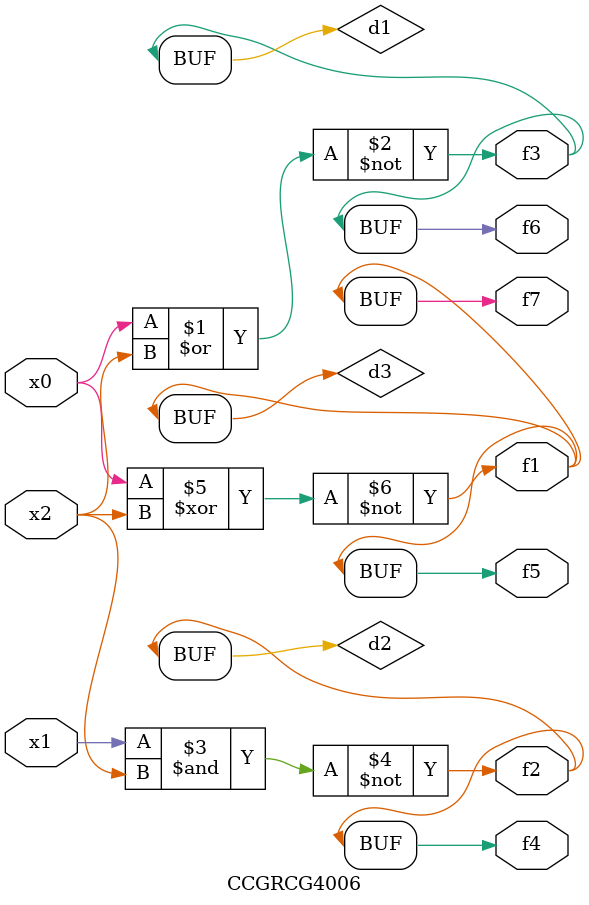
<source format=v>
module CCGRCG4006(
	input x0, x1, x2,
	output f1, f2, f3, f4, f5, f6, f7
);

	wire d1, d2, d3;

	nor (d1, x0, x2);
	nand (d2, x1, x2);
	xnor (d3, x0, x2);
	assign f1 = d3;
	assign f2 = d2;
	assign f3 = d1;
	assign f4 = d2;
	assign f5 = d3;
	assign f6 = d1;
	assign f7 = d3;
endmodule

</source>
